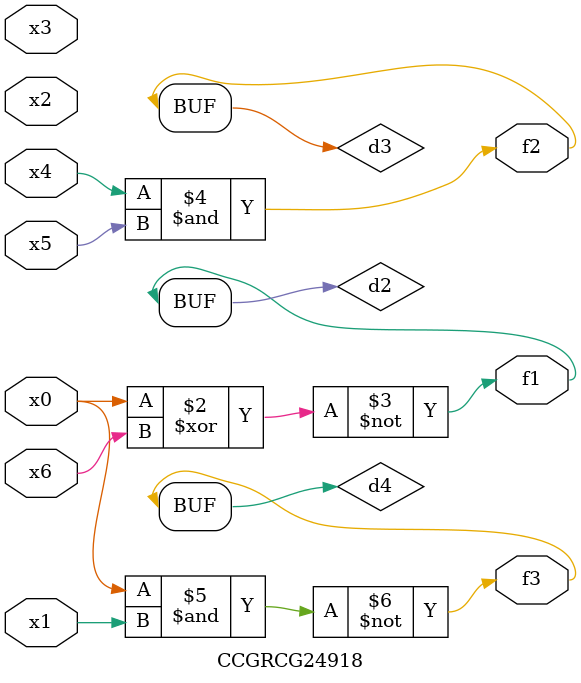
<source format=v>
module CCGRCG24918(
	input x0, x1, x2, x3, x4, x5, x6,
	output f1, f2, f3
);

	wire d1, d2, d3, d4;

	nor (d1, x0);
	xnor (d2, x0, x6);
	and (d3, x4, x5);
	nand (d4, x0, x1);
	assign f1 = d2;
	assign f2 = d3;
	assign f3 = d4;
endmodule

</source>
